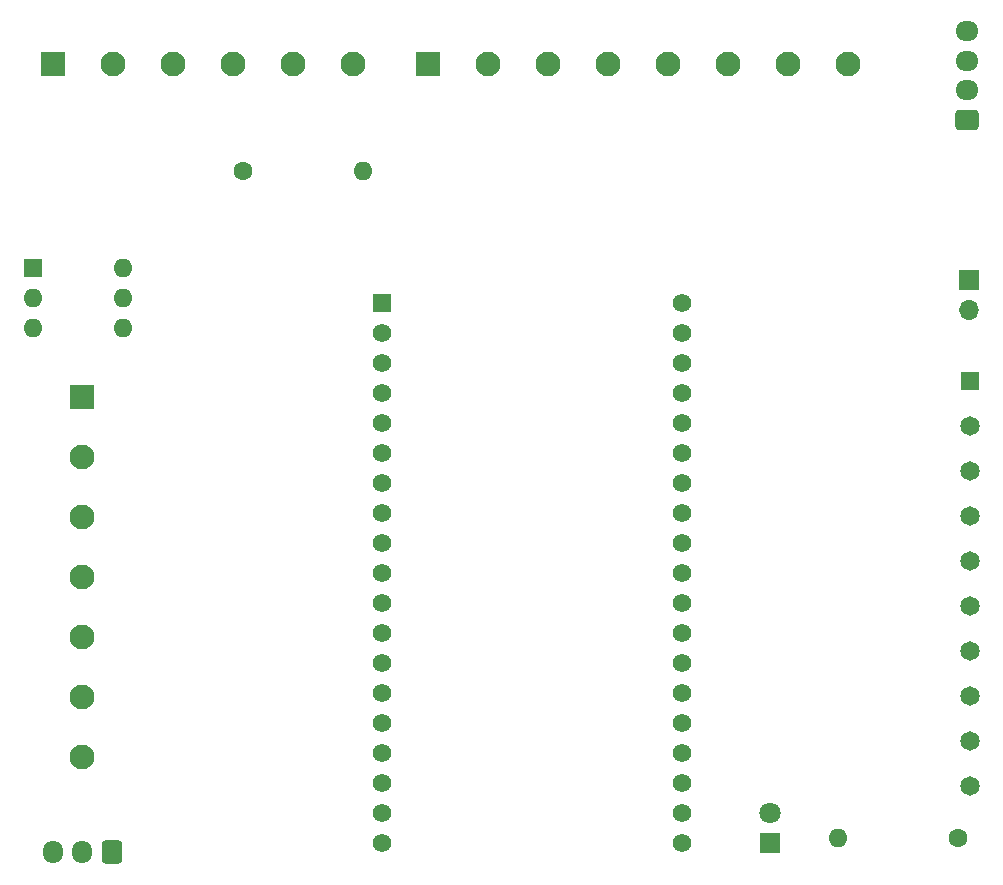
<source format=gbr>
%TF.GenerationSoftware,KiCad,Pcbnew,(6.0.4)*%
%TF.CreationDate,2022-12-06T21:14:28+05:00*%
%TF.ProjectId,max,6d61782e-6b69-4636-9164-5f7063625858,rev?*%
%TF.SameCoordinates,Original*%
%TF.FileFunction,Soldermask,Bot*%
%TF.FilePolarity,Negative*%
%FSLAX46Y46*%
G04 Gerber Fmt 4.6, Leading zero omitted, Abs format (unit mm)*
G04 Created by KiCad (PCBNEW (6.0.4)) date 2022-12-06 21:14:28*
%MOMM*%
%LPD*%
G01*
G04 APERTURE LIST*
G04 Aperture macros list*
%AMRoundRect*
0 Rectangle with rounded corners*
0 $1 Rounding radius*
0 $2 $3 $4 $5 $6 $7 $8 $9 X,Y pos of 4 corners*
0 Add a 4 corners polygon primitive as box body*
4,1,4,$2,$3,$4,$5,$6,$7,$8,$9,$2,$3,0*
0 Add four circle primitives for the rounded corners*
1,1,$1+$1,$2,$3*
1,1,$1+$1,$4,$5*
1,1,$1+$1,$6,$7*
1,1,$1+$1,$8,$9*
0 Add four rect primitives between the rounded corners*
20,1,$1+$1,$2,$3,$4,$5,0*
20,1,$1+$1,$4,$5,$6,$7,0*
20,1,$1+$1,$6,$7,$8,$9,0*
20,1,$1+$1,$8,$9,$2,$3,0*%
G04 Aperture macros list end*
%ADD10R,1.560000X1.560000*%
%ADD11C,1.560000*%
%ADD12R,2.100000X2.100000*%
%ADD13C,2.100000*%
%ADD14R,1.650000X1.650000*%
%ADD15C,1.650000*%
%ADD16O,1.600000X1.600000*%
%ADD17R,1.600000X1.600000*%
%ADD18C,1.600000*%
%ADD19R,1.700000X1.700000*%
%ADD20O,1.700000X1.700000*%
%ADD21RoundRect,0.250000X0.725000X-0.600000X0.725000X0.600000X-0.725000X0.600000X-0.725000X-0.600000X0*%
%ADD22O,1.950000X1.700000*%
%ADD23RoundRect,0.250000X0.600000X0.725000X-0.600000X0.725000X-0.600000X-0.725000X0.600000X-0.725000X0*%
%ADD24O,1.700000X1.950000*%
%ADD25R,1.800000X1.800000*%
%ADD26C,1.800000*%
G04 APERTURE END LIST*
D10*
%TO.C,U101*%
X125157500Y-62730000D03*
D11*
X125157500Y-65270000D03*
X125157500Y-108450000D03*
X125157500Y-67810000D03*
X125157500Y-70350000D03*
X125157500Y-72890000D03*
X125157500Y-75430000D03*
X125157500Y-77970000D03*
X125157500Y-80510000D03*
X125157500Y-83050000D03*
X125157500Y-85590000D03*
X125157500Y-88130000D03*
X125157500Y-90670000D03*
X125157500Y-93210000D03*
X125157500Y-95750000D03*
X125157500Y-98290000D03*
X125157500Y-100830000D03*
X125157500Y-103370000D03*
X125157500Y-105910000D03*
X150557500Y-62730000D03*
X150557500Y-65270000D03*
X150557500Y-67810000D03*
X150557500Y-70350000D03*
X150557500Y-72890000D03*
X150557500Y-75430000D03*
X150557500Y-77970000D03*
X150557500Y-80510000D03*
X150557500Y-83050000D03*
X150557500Y-85590000D03*
X150557500Y-88130000D03*
X150557500Y-90670000D03*
X150557500Y-93210000D03*
X150557500Y-95750000D03*
X150557500Y-98290000D03*
X150557500Y-100830000D03*
X150557500Y-103370000D03*
X150557500Y-105910000D03*
X150557500Y-108450000D03*
%TD*%
D12*
%TO.C,J101*%
X99777500Y-70640000D03*
D13*
X99777500Y-75720000D03*
X99777500Y-80800000D03*
X99777500Y-85880000D03*
X99777500Y-90960000D03*
X99777500Y-96040000D03*
X99777500Y-101120000D03*
%TD*%
D14*
%TO.C,J107*%
X174977500Y-69285000D03*
D15*
X174977500Y-73095000D03*
X174977500Y-76905000D03*
X174977500Y-80715000D03*
X174977500Y-84525000D03*
X174977500Y-88335000D03*
X174977500Y-92145000D03*
X174977500Y-95955000D03*
X174977500Y-99765000D03*
X174977500Y-103575000D03*
%TD*%
D13*
%TO.C,J104*%
X164650000Y-42482500D03*
X159570000Y-42482500D03*
X154490000Y-42482500D03*
X149410000Y-42482500D03*
X144330000Y-42482500D03*
X139250000Y-42482500D03*
X134170000Y-42482500D03*
D12*
X129090000Y-42482500D03*
%TD*%
%TO.C,J103*%
X97370000Y-42482500D03*
D13*
X102450000Y-42482500D03*
X107530000Y-42482500D03*
X112610000Y-42482500D03*
X117690000Y-42482500D03*
X122770000Y-42482500D03*
%TD*%
D16*
%TO.C,SW101*%
X103300000Y-59765000D03*
X103300000Y-62305000D03*
X103300000Y-64845000D03*
X95680000Y-64845000D03*
X95680000Y-62305000D03*
D17*
X95680000Y-59765000D03*
%TD*%
D18*
%TO.C,R102*%
X173950000Y-108040000D03*
D16*
X163790000Y-108040000D03*
%TD*%
D18*
%TO.C,R101*%
X113420000Y-51500000D03*
D16*
X123580000Y-51500000D03*
%TD*%
D19*
%TO.C,J106*%
X174910000Y-60720000D03*
D20*
X174910000Y-63260000D03*
%TD*%
D21*
%TO.C,J105*%
X174740000Y-47207500D03*
D22*
X174740000Y-44707500D03*
X174740000Y-42207500D03*
X174740000Y-39707500D03*
%TD*%
D23*
%TO.C,J102*%
X102310000Y-109220000D03*
D24*
X99810000Y-109220000D03*
X97310000Y-109220000D03*
%TD*%
D25*
%TO.C,D101*%
X158080000Y-108463000D03*
D26*
X158080000Y-105923000D03*
%TD*%
M02*

</source>
